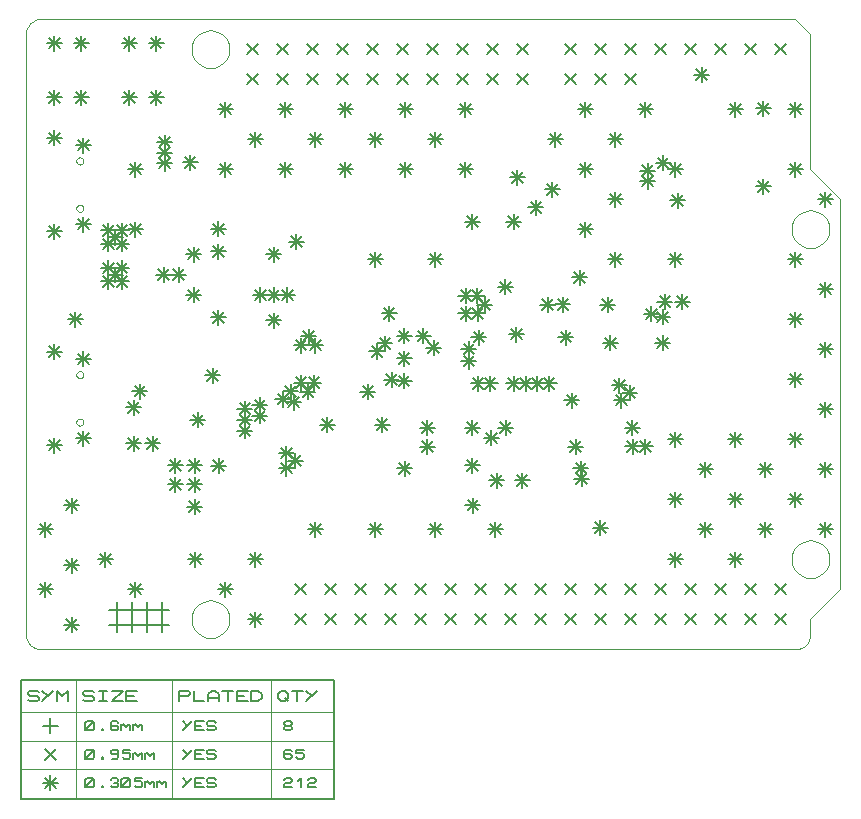
<source format=gbr>
G04 PROTEUS RS274X GERBER FILE*
%FSLAX45Y45*%
%MOMM*%
G01*
%ADD51C,0.127000*%
%ADD49C,0.025400*%
%ADD127C,0.063500*%
D51*
X+486300Y+2520700D02*
X+486300Y+2393700D01*
X+422800Y+2457200D02*
X+549800Y+2457200D01*
X+441399Y+2502101D02*
X+531201Y+2412299D01*
X+441399Y+2412299D02*
X+531201Y+2502101D01*
X+241300Y+2580700D02*
X+241300Y+2453700D01*
X+177800Y+2517200D02*
X+304800Y+2517200D01*
X+196399Y+2562101D02*
X+286201Y+2472299D01*
X+196399Y+2472299D02*
X+286201Y+2562101D01*
X+486300Y+1850700D02*
X+486300Y+1723700D01*
X+422800Y+1787200D02*
X+549800Y+1787200D01*
X+441399Y+1832101D02*
X+531201Y+1742299D01*
X+441399Y+1742299D02*
X+531201Y+1832101D01*
X+241300Y+1790700D02*
X+241300Y+1663700D01*
X+177800Y+1727200D02*
X+304800Y+1727200D01*
X+196399Y+1772101D02*
X+286201Y+1682299D01*
X+196399Y+1682299D02*
X+286201Y+1772101D01*
X+241300Y+4391400D02*
X+241300Y+4264400D01*
X+177800Y+4327900D02*
X+304800Y+4327900D01*
X+196399Y+4372801D02*
X+286201Y+4282999D01*
X+196399Y+4282999D02*
X+286201Y+4372801D01*
X+486300Y+4331400D02*
X+486300Y+4204400D01*
X+422800Y+4267900D02*
X+549800Y+4267900D01*
X+441399Y+4312801D02*
X+531201Y+4222999D01*
X+441399Y+4222999D02*
X+531201Y+4312801D01*
X+241300Y+3601400D02*
X+241300Y+3474400D01*
X+177800Y+3537900D02*
X+304800Y+3537900D01*
X+196399Y+3582801D02*
X+286201Y+3492999D01*
X+196399Y+3492999D02*
X+286201Y+3582801D01*
X+486300Y+3661400D02*
X+486300Y+3534400D01*
X+422800Y+3597900D02*
X+549800Y+3597900D01*
X+441399Y+3642801D02*
X+531201Y+3552999D01*
X+441399Y+3552999D02*
X+531201Y+3642801D01*
X+965200Y+2247900D02*
X+965200Y+2120900D01*
X+901700Y+2184400D02*
X+1028700Y+2184400D01*
X+920299Y+2229301D02*
X+1010101Y+2139499D01*
X+920299Y+2139499D02*
X+1010101Y+2229301D01*
X+466300Y+4734300D02*
X+466300Y+4607300D01*
X+402800Y+4670800D02*
X+529800Y+4670800D01*
X+421399Y+4715701D02*
X+511201Y+4625899D01*
X+421399Y+4625899D02*
X+511201Y+4715701D01*
X+466300Y+5194300D02*
X+466300Y+5067300D01*
X+402800Y+5130800D02*
X+529800Y+5130800D01*
X+421399Y+5175701D02*
X+511201Y+5085899D01*
X+421399Y+5085899D02*
X+511201Y+5175701D01*
X+1101300Y+4734300D02*
X+1101300Y+4607300D01*
X+1037800Y+4670800D02*
X+1164800Y+4670800D01*
X+1056399Y+4715701D02*
X+1146201Y+4625899D01*
X+1056399Y+4625899D02*
X+1146201Y+4715701D01*
X+1101300Y+5194300D02*
X+1101300Y+5067300D01*
X+1037800Y+5130800D02*
X+1164800Y+5130800D01*
X+1056399Y+5175701D02*
X+1146201Y+5085899D01*
X+1056399Y+5085899D02*
X+1146201Y+5175701D01*
X+4060350Y+1938650D02*
X+4060350Y+1811650D01*
X+3996850Y+1875150D02*
X+4123850Y+1875150D01*
X+4015449Y+1920051D02*
X+4105251Y+1830249D01*
X+4015449Y+1830249D02*
X+4105251Y+1920051D01*
X+3779400Y+3683150D02*
X+3779400Y+3556150D01*
X+3715900Y+3619650D02*
X+3842900Y+3619650D01*
X+3734499Y+3664551D02*
X+3824301Y+3574749D01*
X+3734499Y+3574749D02*
X+3824301Y+3664551D01*
X+4129400Y+3683150D02*
X+4129400Y+3556150D01*
X+4065900Y+3619650D02*
X+4192900Y+3619650D01*
X+4084499Y+3664551D02*
X+4174301Y+3574749D01*
X+4084499Y+3574749D02*
X+4174301Y+3664551D01*
X+912800Y+1805450D02*
X+912800Y+1678450D01*
X+849300Y+1741950D02*
X+976300Y+1741950D01*
X+867899Y+1786851D02*
X+957701Y+1697049D01*
X+867899Y+1697049D02*
X+957701Y+1786851D01*
X+912800Y+2110250D02*
X+912800Y+1983250D01*
X+849300Y+2046750D02*
X+976300Y+2046750D01*
X+867899Y+2091651D02*
X+957701Y+2001849D01*
X+867899Y+2001849D02*
X+957701Y+2091651D01*
X+1455700Y+2004150D02*
X+1455700Y+1877150D01*
X+1392200Y+1940650D02*
X+1519200Y+1940650D01*
X+1410799Y+1985551D02*
X+1500601Y+1895749D01*
X+1410799Y+1895749D02*
X+1500601Y+1985551D01*
X+1175300Y+4178760D02*
X+1175300Y+4051760D01*
X+1111800Y+4115260D02*
X+1238800Y+4115260D01*
X+1130399Y+4160161D02*
X+1220201Y+4070359D01*
X+1130399Y+4070359D02*
X+1220201Y+4160161D01*
X+1175300Y+4267660D02*
X+1175300Y+4140660D01*
X+1111800Y+4204160D02*
X+1238800Y+4204160D01*
X+1130399Y+4249061D02*
X+1220201Y+4159259D01*
X+1130399Y+4159259D02*
X+1220201Y+4249061D01*
X+1175300Y+4356560D02*
X+1175300Y+4229560D01*
X+1111800Y+4293060D02*
X+1238800Y+4293060D01*
X+1130399Y+4337961D02*
X+1220201Y+4248159D01*
X+1130399Y+4248159D02*
X+1220201Y+4337961D01*
X+3783650Y+1283350D02*
X+3783650Y+1156350D01*
X+3720150Y+1219850D02*
X+3847150Y+1219850D01*
X+3738749Y+1264751D02*
X+3828551Y+1174949D01*
X+3738749Y+1174949D02*
X+3828551Y+1264751D01*
X+3205800Y+1594500D02*
X+3205800Y+1467500D01*
X+3142300Y+1531000D02*
X+3269300Y+1531000D01*
X+3160899Y+1575901D02*
X+3250701Y+1486099D01*
X+3160899Y+1486099D02*
X+3250701Y+1575901D01*
X+3398400Y+1938650D02*
X+3398400Y+1811650D01*
X+3334900Y+1875150D02*
X+3461900Y+1875150D01*
X+3353499Y+1920051D02*
X+3443301Y+1830249D01*
X+3353499Y+1830249D02*
X+3443301Y+1920051D01*
X+3779400Y+1619900D02*
X+3779400Y+1492900D01*
X+3715900Y+1556400D02*
X+3842900Y+1556400D01*
X+3734499Y+1601301D02*
X+3824301Y+1511499D01*
X+3734499Y+1511499D02*
X+3824301Y+1601301D01*
X+3398400Y+1778650D02*
X+3398400Y+1651650D01*
X+3334900Y+1715150D02*
X+3461900Y+1715150D01*
X+3353499Y+1760051D02*
X+3443301Y+1670249D01*
X+3353499Y+1670249D02*
X+3443301Y+1760051D01*
X+1428750Y+1459250D02*
X+1428750Y+1332250D01*
X+1365250Y+1395750D02*
X+1492250Y+1395750D01*
X+1383849Y+1440651D02*
X+1473651Y+1350849D01*
X+1383849Y+1350849D02*
X+1473651Y+1440651D01*
X+1428750Y+1268750D02*
X+1428750Y+1141750D01*
X+1365250Y+1205250D02*
X+1492250Y+1205250D01*
X+1383849Y+1250151D02*
X+1473651Y+1160349D01*
X+1383849Y+1160349D02*
X+1473651Y+1250151D01*
X+1854200Y+1911350D02*
X+1854200Y+1784350D01*
X+1790700Y+1847850D02*
X+1917700Y+1847850D01*
X+1809299Y+1892751D02*
X+1899101Y+1802949D01*
X+1809299Y+1802949D02*
X+1899101Y+1892751D01*
X+3202150Y+2715400D02*
X+3202150Y+2588400D01*
X+3138650Y+2651900D02*
X+3265650Y+2651900D01*
X+3157249Y+2696801D02*
X+3247051Y+2606999D01*
X+3157249Y+2606999D02*
X+3247051Y+2696801D01*
X+3202150Y+2524900D02*
X+3202150Y+2397900D01*
X+3138650Y+2461400D02*
X+3265650Y+2461400D01*
X+3157249Y+2506301D02*
X+3247051Y+2416499D01*
X+3157249Y+2416499D02*
X+3247051Y+2506301D01*
X+3202150Y+2334400D02*
X+3202150Y+2207400D01*
X+3138650Y+2270900D02*
X+3265650Y+2270900D01*
X+3157249Y+2315801D02*
X+3247051Y+2225999D01*
X+3157249Y+2225999D02*
X+3247051Y+2315801D01*
X+1853900Y+2004150D02*
X+1853900Y+1877150D01*
X+1790400Y+1940650D02*
X+1917400Y+1940650D01*
X+1808999Y+1985551D02*
X+1898801Y+1895749D01*
X+1808999Y+1895749D02*
X+1898801Y+1985551D01*
X+1980900Y+2131150D02*
X+1980900Y+2004150D01*
X+1917400Y+2067650D02*
X+2044400Y+2067650D01*
X+1935999Y+2112551D02*
X+2025801Y+2022749D01*
X+1935999Y+2022749D02*
X+2025801Y+2112551D01*
X+1981200Y+2038350D02*
X+1981200Y+1911350D01*
X+1917700Y+1974850D02*
X+2044700Y+1974850D01*
X+1936299Y+2019751D02*
X+2026101Y+1929949D01*
X+1936299Y+1929949D02*
X+2026101Y+2019751D01*
X+3362150Y+2715400D02*
X+3362150Y+2588400D01*
X+3298650Y+2651900D02*
X+3425650Y+2651900D01*
X+3317249Y+2696801D02*
X+3407051Y+2606999D01*
X+3317249Y+2606999D02*
X+3407051Y+2696801D01*
X+1853900Y+2099400D02*
X+1853900Y+1972400D01*
X+1790400Y+2035900D02*
X+1917400Y+2035900D01*
X+1808999Y+2080801D02*
X+1898801Y+1990999D01*
X+1808999Y+1990999D02*
X+1898801Y+2080801D01*
X+3452206Y+2616584D02*
X+3452206Y+2489584D01*
X+3388706Y+2553084D02*
X+3515706Y+2553084D01*
X+3407305Y+2597985D02*
X+3497107Y+2508183D01*
X+3407305Y+2508183D02*
X+3497107Y+2597985D01*
X+1263650Y+1619250D02*
X+1263650Y+1492250D01*
X+1200150Y+1555750D02*
X+1327150Y+1555750D01*
X+1218749Y+1600651D02*
X+1308551Y+1510849D01*
X+1218749Y+1510849D02*
X+1308551Y+1600651D01*
X+1072800Y+1805450D02*
X+1072800Y+1678450D01*
X+1009300Y+1741950D02*
X+1136300Y+1741950D01*
X+1027899Y+1786851D02*
X+1117701Y+1697049D01*
X+1027899Y+1697049D02*
X+1117701Y+1786851D01*
X+1428750Y+1619250D02*
X+1428750Y+1492250D01*
X+1365250Y+1555750D02*
X+1492250Y+1555750D01*
X+1383849Y+1600651D02*
X+1473651Y+1510849D01*
X+1383849Y+1510849D02*
X+1473651Y+1600651D01*
X+1580800Y+2382050D02*
X+1580800Y+2255050D01*
X+1517300Y+2318550D02*
X+1644300Y+2318550D01*
X+1535899Y+2363451D02*
X+1625701Y+2273649D01*
X+1535899Y+2273649D02*
X+1625701Y+2363451D01*
X+812450Y+3608850D02*
X+812450Y+3481850D01*
X+748950Y+3545350D02*
X+875950Y+3545350D01*
X+767549Y+3590251D02*
X+857351Y+3500449D01*
X+767549Y+3500449D02*
X+857351Y+3590251D01*
X+698150Y+3494550D02*
X+698150Y+3367550D01*
X+634650Y+3431050D02*
X+761650Y+3431050D01*
X+653249Y+3475951D02*
X+743051Y+3386149D01*
X+653249Y+3386149D02*
X+743051Y+3475951D01*
X+812450Y+3494550D02*
X+812450Y+3367550D01*
X+748950Y+3431050D02*
X+875950Y+3431050D01*
X+767549Y+3475951D02*
X+857351Y+3386149D01*
X+767549Y+3386149D02*
X+857351Y+3475951D01*
X+755300Y+3551700D02*
X+755300Y+3424700D01*
X+691800Y+3488200D02*
X+818800Y+3488200D01*
X+710399Y+3533101D02*
X+800201Y+3443299D01*
X+710399Y+3443299D02*
X+800201Y+3533101D01*
X+698150Y+3608850D02*
X+698150Y+3481850D01*
X+634650Y+3545350D02*
X+761650Y+3545350D01*
X+653249Y+3590251D02*
X+743051Y+3500449D01*
X+653249Y+3500449D02*
X+743051Y+3590251D01*
X+755300Y+3234200D02*
X+755300Y+3107200D01*
X+691800Y+3170700D02*
X+818800Y+3170700D01*
X+710399Y+3215601D02*
X+800201Y+3125799D01*
X+710399Y+3125799D02*
X+800201Y+3215601D01*
X+812450Y+3177050D02*
X+812450Y+3050050D01*
X+748950Y+3113550D02*
X+875950Y+3113550D01*
X+767549Y+3158451D02*
X+857351Y+3068649D01*
X+767549Y+3068649D02*
X+857351Y+3158451D01*
X+698150Y+3291350D02*
X+698150Y+3164350D01*
X+634650Y+3227850D02*
X+761650Y+3227850D01*
X+653249Y+3272751D02*
X+743051Y+3182949D01*
X+653249Y+3182949D02*
X+743051Y+3272751D01*
X+812450Y+3291350D02*
X+812450Y+3164350D01*
X+748950Y+3227850D02*
X+875950Y+3227850D01*
X+767549Y+3272751D02*
X+857351Y+3182949D01*
X+767549Y+3182949D02*
X+857351Y+3272751D01*
X+698150Y+3177050D02*
X+698150Y+3050050D01*
X+634650Y+3113550D02*
X+761650Y+3113550D01*
X+653249Y+3158451D02*
X+743051Y+3068649D01*
X+653249Y+3068649D02*
X+743051Y+3158451D01*
X+4704240Y+1507796D02*
X+4704240Y+1380796D01*
X+4640740Y+1444296D02*
X+4767740Y+1444296D01*
X+4659339Y+1489197D02*
X+4749141Y+1399395D01*
X+4659339Y+1399395D02*
X+4749141Y+1489197D01*
X+4697890Y+1595300D02*
X+4697890Y+1468300D01*
X+4634390Y+1531800D02*
X+4761390Y+1531800D01*
X+4652989Y+1576701D02*
X+4742791Y+1486899D01*
X+4652989Y+1486899D02*
X+4742791Y+1576701D01*
X+3940740Y+1850900D02*
X+3940740Y+1723900D01*
X+3877240Y+1787400D02*
X+4004240Y+1787400D01*
X+3895839Y+1832301D02*
X+3985641Y+1742499D01*
X+3895839Y+1742499D02*
X+3985641Y+1832301D01*
X+5134540Y+1938650D02*
X+5134540Y+1811650D01*
X+5071040Y+1875150D02*
X+5198040Y+1875150D01*
X+5089639Y+1920051D02*
X+5179441Y+1830249D01*
X+5089639Y+1830249D02*
X+5179441Y+1920051D01*
X+3984150Y+1492900D02*
X+3984150Y+1365900D01*
X+3920650Y+1429400D02*
X+4047650Y+1429400D01*
X+3939249Y+1474301D02*
X+4029051Y+1384499D01*
X+3939249Y+1384499D02*
X+4029051Y+1474301D01*
X+3828600Y+2313300D02*
X+3828600Y+2186300D01*
X+3765100Y+2249800D02*
X+3892100Y+2249800D01*
X+3783699Y+2294701D02*
X+3873501Y+2204899D01*
X+3783699Y+2204899D02*
X+3873501Y+2294701D01*
X+3929400Y+2313300D02*
X+3929400Y+2186300D01*
X+3865900Y+2249800D02*
X+3992900Y+2249800D01*
X+3884499Y+2294701D02*
X+3974301Y+2204899D01*
X+3884499Y+2204899D02*
X+3974301Y+2294701D01*
X+4128600Y+2313300D02*
X+4128600Y+2186300D01*
X+4065100Y+2249800D02*
X+4192100Y+2249800D01*
X+4083699Y+2294701D02*
X+4173501Y+2204899D01*
X+4083699Y+2204899D02*
X+4173501Y+2294701D01*
X+4229400Y+2313300D02*
X+4229400Y+2186300D01*
X+4165900Y+2249800D02*
X+4292900Y+2249800D01*
X+4184499Y+2294701D02*
X+4274301Y+2204899D01*
X+4184499Y+2204899D02*
X+4274301Y+2294701D01*
X+4330200Y+2313300D02*
X+4330200Y+2186300D01*
X+4266700Y+2249800D02*
X+4393700Y+2249800D01*
X+4285299Y+2294701D02*
X+4375101Y+2204899D01*
X+4285299Y+2204899D02*
X+4375101Y+2294701D01*
X+4428600Y+2313300D02*
X+4428600Y+2186300D01*
X+4365100Y+2249800D02*
X+4492100Y+2249800D01*
X+4383699Y+2294701D02*
X+4473501Y+2204899D01*
X+4383699Y+2204899D02*
X+4473501Y+2294701D01*
X+4622800Y+2171700D02*
X+4622800Y+2044700D01*
X+4559300Y+2108200D02*
X+4686300Y+2108200D01*
X+4577899Y+2153101D02*
X+4667701Y+2063299D01*
X+4577899Y+2063299D02*
X+4667701Y+2153101D01*
X+2280800Y+1659550D02*
X+2280800Y+1532550D01*
X+2217300Y+1596050D02*
X+2344300Y+1596050D01*
X+2235899Y+1640951D02*
X+2325701Y+1551149D01*
X+2235899Y+1551149D02*
X+2325701Y+1640951D01*
X+3095700Y+2345200D02*
X+3095700Y+2218200D01*
X+3032200Y+2281700D02*
X+3159200Y+2281700D01*
X+3050799Y+2326601D02*
X+3140601Y+2236799D01*
X+3050799Y+2236799D02*
X+3140601Y+2326601D01*
X+2971800Y+2585250D02*
X+2971800Y+2458250D01*
X+2908300Y+2521750D02*
X+3035300Y+2521750D01*
X+2926899Y+2566651D02*
X+3016701Y+2476849D01*
X+2926899Y+2476849D02*
X+3016701Y+2566651D01*
X+3038475Y+2651925D02*
X+3038475Y+2524925D01*
X+2974975Y+2588425D02*
X+3101975Y+2588425D01*
X+2993574Y+2633326D02*
X+3083376Y+2543524D01*
X+2993574Y+2543524D02*
X+3083376Y+2633326D01*
X+5041900Y+2171700D02*
X+5041900Y+2044700D01*
X+4978400Y+2108200D02*
X+5105400Y+2108200D01*
X+4996999Y+2153101D02*
X+5086801Y+2063299D01*
X+4996999Y+2063299D02*
X+5086801Y+2153101D01*
X+5111750Y+2235200D02*
X+5111750Y+2108200D01*
X+5048250Y+2171700D02*
X+5175250Y+2171700D01*
X+5066849Y+2216601D02*
X+5156651Y+2126799D01*
X+5066849Y+2126799D02*
X+5156651Y+2216601D01*
X+5022850Y+2298700D02*
X+5022850Y+2171700D01*
X+4959350Y+2235200D02*
X+5086350Y+2235200D01*
X+4977949Y+2280101D02*
X+5067751Y+2190299D01*
X+4977949Y+2190299D02*
X+5067751Y+2280101D01*
X+6244000Y+4641600D02*
X+6244000Y+4514600D01*
X+6180500Y+4578100D02*
X+6307500Y+4578100D01*
X+6199099Y+4623001D02*
X+6288901Y+4533199D01*
X+6199099Y+4533199D02*
X+6288901Y+4623001D01*
X+6244000Y+3981200D02*
X+6244000Y+3854200D01*
X+6180500Y+3917700D02*
X+6307500Y+3917700D01*
X+6199099Y+3962601D02*
X+6288901Y+3872799D01*
X+6199099Y+3872799D02*
X+6288901Y+3962601D01*
X+3724100Y+3055900D02*
X+3724100Y+2928900D01*
X+3660600Y+2992400D02*
X+3787600Y+2992400D01*
X+3679199Y+3037301D02*
X+3769001Y+2947499D01*
X+3679199Y+2947499D02*
X+3769001Y+3037301D01*
X+4572000Y+2705900D02*
X+4572000Y+2578900D01*
X+4508500Y+2642400D02*
X+4635500Y+2642400D01*
X+4527099Y+2687301D02*
X+4616901Y+2597499D01*
X+4527099Y+2597499D02*
X+4616901Y+2687301D01*
X+4546600Y+2982100D02*
X+4546600Y+2855100D01*
X+4483100Y+2918600D02*
X+4610100Y+2918600D01*
X+4501699Y+2963501D02*
X+4591501Y+2873699D01*
X+4501699Y+2873699D02*
X+4591501Y+2963501D01*
X+5135511Y+1780769D02*
X+5135511Y+1653769D01*
X+5072011Y+1717269D02*
X+5199011Y+1717269D01*
X+5090610Y+1762170D02*
X+5180412Y+1672368D01*
X+5090610Y+1672368D02*
X+5180412Y+1762170D01*
X+3779400Y+1938650D02*
X+3779400Y+1811650D01*
X+3715900Y+1875150D02*
X+3842900Y+1875150D01*
X+3734499Y+1920051D02*
X+3824301Y+1830249D01*
X+3734499Y+1830249D02*
X+3824301Y+1920051D01*
X+3835400Y+2705900D02*
X+3835400Y+2578900D01*
X+3771900Y+2642400D02*
X+3898900Y+2642400D01*
X+3790499Y+2687301D02*
X+3880301Y+2597499D01*
X+3790499Y+2597499D02*
X+3880301Y+2687301D01*
X+387350Y+1282700D02*
X+387350Y+1155700D01*
X+323850Y+1219200D02*
X+450850Y+1219200D01*
X+342449Y+1264101D02*
X+432251Y+1174299D01*
X+342449Y+1174299D02*
X+432251Y+1264101D01*
X+3749500Y+2605900D02*
X+3749500Y+2478900D01*
X+3686000Y+2542400D02*
X+3813000Y+2542400D01*
X+3704599Y+2587301D02*
X+3794401Y+2497499D01*
X+3704599Y+2497499D02*
X+3794401Y+2587301D01*
X+3749500Y+2501900D02*
X+3749500Y+2374900D01*
X+3686000Y+2438400D02*
X+3813000Y+2438400D01*
X+3704599Y+2483301D02*
X+3794401Y+2393499D01*
X+3704599Y+2393499D02*
X+3794401Y+2483301D01*
X+387350Y+774700D02*
X+387350Y+647700D01*
X+323850Y+711200D02*
X+450850Y+711200D01*
X+342449Y+756101D02*
X+432251Y+666299D01*
X+342449Y+666299D02*
X+432251Y+756101D01*
X+387350Y+271700D02*
X+387350Y+144700D01*
X+323850Y+208200D02*
X+450850Y+208200D01*
X+342449Y+253101D02*
X+432251Y+163299D01*
X+342449Y+163299D02*
X+432251Y+253101D01*
X+5556250Y+3005900D02*
X+5556250Y+2878900D01*
X+5492750Y+2942400D02*
X+5619750Y+2942400D01*
X+5511349Y+2987301D02*
X+5601151Y+2897499D01*
X+5511349Y+2897499D02*
X+5601151Y+2987301D01*
X+5243461Y+1780769D02*
X+5243461Y+1653769D01*
X+5179961Y+1717269D02*
X+5306961Y+1717269D01*
X+5198560Y+1762170D02*
X+5288362Y+1672368D01*
X+5198560Y+1672368D02*
X+5288362Y+1762170D01*
X+1628850Y+3431550D02*
X+1628850Y+3304550D01*
X+1565350Y+3368050D02*
X+1692350Y+3368050D01*
X+1583949Y+3412951D02*
X+1673751Y+3323149D01*
X+1583949Y+3323149D02*
X+1673751Y+3412951D01*
X+1628850Y+3621550D02*
X+1628850Y+3494550D01*
X+1565350Y+3558050D02*
X+1692350Y+3558050D01*
X+1583949Y+3602951D02*
X+1673751Y+3513149D01*
X+1583949Y+3513149D02*
X+1673751Y+3602951D01*
X+3724100Y+2905900D02*
X+3724100Y+2778900D01*
X+3660600Y+2842400D02*
X+3787600Y+2842400D01*
X+3679199Y+2887301D02*
X+3769001Y+2797499D01*
X+3679199Y+2797499D02*
X+3769001Y+2887301D01*
X+3824450Y+2905900D02*
X+3824450Y+2778900D01*
X+3760950Y+2842400D02*
X+3887950Y+2842400D01*
X+3779549Y+2887301D02*
X+3869351Y+2797499D01*
X+3779549Y+2797499D02*
X+3869351Y+2887301D01*
X+3882850Y+2980500D02*
X+3882850Y+2853500D01*
X+3819350Y+2917000D02*
X+3946350Y+2917000D01*
X+3837949Y+2961901D02*
X+3927751Y+2872099D01*
X+3837949Y+2872099D02*
X+3927751Y+2961901D01*
X+1628850Y+2872750D02*
X+1628850Y+2745750D01*
X+1565350Y+2809250D02*
X+1692350Y+2809250D01*
X+1583949Y+2854151D02*
X+1673751Y+2764349D01*
X+1583949Y+2764349D02*
X+1673751Y+2854151D01*
X+2289250Y+3514100D02*
X+2289250Y+3387100D01*
X+2225750Y+3450600D02*
X+2352750Y+3450600D01*
X+2244349Y+3495501D02*
X+2334151Y+3405699D01*
X+2244349Y+3405699D02*
X+2334151Y+3495501D01*
X+3819350Y+3055100D02*
X+3819350Y+2928100D01*
X+3755850Y+2991600D02*
X+3882850Y+2991600D01*
X+3774449Y+3036501D02*
X+3864251Y+2946699D01*
X+3774449Y+2946699D02*
X+3864251Y+3036501D01*
X+4946650Y+2655900D02*
X+4946650Y+2528900D01*
X+4883150Y+2592400D02*
X+5010150Y+2592400D01*
X+4901749Y+2637301D02*
X+4991551Y+2547499D01*
X+4901749Y+2547499D02*
X+4991551Y+2637301D01*
X+2098400Y+3062750D02*
X+2098400Y+2935750D01*
X+2034900Y+2999250D02*
X+2161900Y+2999250D01*
X+2053499Y+3044151D02*
X+2143301Y+2954349D01*
X+2053499Y+2954349D02*
X+2143301Y+3044151D01*
X+1984100Y+3062750D02*
X+1984100Y+2935750D01*
X+1920600Y+2999250D02*
X+2047600Y+2999250D01*
X+1939199Y+3044151D02*
X+2029001Y+2954349D01*
X+1939199Y+2954349D02*
X+2029001Y+3044151D01*
X+2212700Y+3062750D02*
X+2212700Y+2935750D01*
X+2149200Y+2999250D02*
X+2276200Y+2999250D01*
X+2167799Y+3044151D02*
X+2257601Y+2954349D01*
X+2167799Y+2954349D02*
X+2257601Y+3044151D01*
X+2174950Y+2180100D02*
X+2174950Y+2053100D01*
X+2111450Y+2116600D02*
X+2238450Y+2116600D01*
X+2130049Y+2161501D02*
X+2219851Y+2071699D01*
X+2130049Y+2071699D02*
X+2219851Y+2161501D01*
X+2241625Y+2246775D02*
X+2241625Y+2119775D01*
X+2178125Y+2183275D02*
X+2305125Y+2183275D01*
X+2196724Y+2228176D02*
X+2286526Y+2138374D01*
X+2196724Y+2138374D02*
X+2286526Y+2228176D01*
X+2267025Y+2154700D02*
X+2267025Y+2027700D01*
X+2203525Y+2091200D02*
X+2330525Y+2091200D01*
X+2222124Y+2136101D02*
X+2311926Y+2046299D01*
X+2222124Y+2046299D02*
X+2311926Y+2136101D01*
X+2204600Y+1723050D02*
X+2204600Y+1596050D01*
X+2141100Y+1659550D02*
X+2268100Y+1659550D01*
X+2159699Y+1704451D02*
X+2249501Y+1614649D01*
X+2159699Y+1614649D02*
X+2249501Y+1704451D01*
X+2204600Y+1596050D02*
X+2204600Y+1469050D01*
X+2141100Y+1532550D02*
X+2268100Y+1532550D01*
X+2159699Y+1577451D02*
X+2249501Y+1487649D01*
X+2159699Y+1487649D02*
X+2249501Y+1577451D01*
X+1292300Y+3234200D02*
X+1292300Y+3107200D01*
X+1228800Y+3170700D02*
X+1355800Y+3170700D01*
X+1247399Y+3215601D02*
X+1337201Y+3125799D01*
X+1247399Y+3125799D02*
X+1337201Y+3215601D01*
X+2329164Y+2319777D02*
X+2329164Y+2192777D01*
X+2265664Y+2256277D02*
X+2392664Y+2256277D01*
X+2284263Y+2301178D02*
X+2374065Y+2211376D01*
X+2284263Y+2211376D02*
X+2374065Y+2301178D01*
X+2329164Y+2637277D02*
X+2329164Y+2510277D01*
X+2265664Y+2573777D02*
X+2392664Y+2573777D01*
X+2284263Y+2618678D02*
X+2374065Y+2528876D01*
X+2284263Y+2528876D02*
X+2374065Y+2618678D01*
X+2437114Y+2319777D02*
X+2437114Y+2192777D01*
X+2373614Y+2256277D02*
X+2500614Y+2256277D01*
X+2392213Y+2301178D02*
X+2482015Y+2211376D01*
X+2392213Y+2211376D02*
X+2482015Y+2301178D01*
X+2386314Y+2243577D02*
X+2386314Y+2116577D01*
X+2322814Y+2180077D02*
X+2449814Y+2180077D01*
X+2341413Y+2224978D02*
X+2431215Y+2135176D01*
X+2341413Y+2135176D02*
X+2431215Y+2224978D01*
X+3014900Y+1962800D02*
X+3014900Y+1835800D01*
X+2951400Y+1899300D02*
X+3078400Y+1899300D01*
X+2969999Y+1944201D02*
X+3059801Y+1854399D01*
X+2969999Y+1854399D02*
X+3059801Y+1944201D01*
X+2552600Y+1962800D02*
X+2552600Y+1835800D01*
X+2489100Y+1899300D02*
X+2616100Y+1899300D01*
X+2507699Y+1944201D02*
X+2597501Y+1854399D01*
X+2507699Y+1854399D02*
X+2597501Y+1944201D01*
X+4159250Y+4057650D02*
X+4159250Y+3930650D01*
X+4095750Y+3994150D02*
X+4222750Y+3994150D01*
X+4114349Y+4039051D02*
X+4204151Y+3949249D01*
X+4114349Y+3949249D02*
X+4204151Y+4039051D01*
X+1390300Y+4185450D02*
X+1390300Y+4058450D01*
X+1326800Y+4121950D02*
X+1453800Y+4121950D01*
X+1345399Y+4166851D02*
X+1435201Y+4077049D01*
X+1345399Y+4077049D02*
X+1435201Y+4166851D01*
X+4318000Y+3803650D02*
X+4318000Y+3676650D01*
X+4254500Y+3740150D02*
X+4381500Y+3740150D01*
X+4273099Y+3785051D02*
X+4362901Y+3695249D01*
X+4273099Y+3695249D02*
X+4362901Y+3785051D01*
X+4057650Y+3130550D02*
X+4057650Y+3003550D01*
X+3994150Y+3067050D02*
X+4121150Y+3067050D01*
X+4012749Y+3111951D02*
X+4102551Y+3022149D01*
X+4012749Y+3022149D02*
X+4102551Y+3111951D01*
X+5410200Y+3005900D02*
X+5410200Y+2878900D01*
X+5346700Y+2942400D02*
X+5473700Y+2942400D01*
X+5365299Y+2987301D02*
X+5455101Y+2897499D01*
X+5365299Y+2897499D02*
X+5455101Y+2987301D01*
X+5295900Y+2901950D02*
X+5295900Y+2774950D01*
X+5232400Y+2838450D02*
X+5359400Y+2838450D01*
X+5250999Y+2883351D02*
X+5340801Y+2793549D01*
X+5250999Y+2793549D02*
X+5340801Y+2883351D01*
X+5391150Y+2876550D02*
X+5391150Y+2749550D01*
X+5327650Y+2813050D02*
X+5454650Y+2813050D01*
X+5346249Y+2857951D02*
X+5436051Y+2768149D01*
X+5346249Y+2768149D02*
X+5436051Y+2857951D01*
X+4687888Y+3211512D02*
X+4687888Y+3084512D01*
X+4624388Y+3148012D02*
X+4751388Y+3148012D01*
X+4642987Y+3192913D02*
X+4732789Y+3103111D01*
X+4642987Y+3103111D02*
X+4732789Y+3192913D01*
X+5264150Y+4025900D02*
X+5264150Y+3898900D01*
X+5200650Y+3962400D02*
X+5327650Y+3962400D01*
X+5219249Y+4007301D02*
X+5309051Y+3917499D01*
X+5219249Y+3917499D02*
X+5309051Y+4007301D01*
X+5264150Y+4114800D02*
X+5264150Y+3987800D01*
X+5200650Y+4051300D02*
X+5327650Y+4051300D01*
X+5219249Y+4096201D02*
X+5309051Y+4006399D01*
X+5219249Y+4006399D02*
X+5309051Y+4096201D01*
X+4416909Y+2980841D02*
X+4416909Y+2853841D01*
X+4353409Y+2917341D02*
X+4480409Y+2917341D01*
X+4372008Y+2962242D02*
X+4461810Y+2872440D01*
X+4372008Y+2872440D02*
X+4461810Y+2962242D01*
X+4457700Y+3956050D02*
X+4457700Y+3829050D01*
X+4394200Y+3892550D02*
X+4521200Y+3892550D01*
X+4412799Y+3937451D02*
X+4502601Y+3847649D01*
X+4412799Y+3847649D02*
X+4502601Y+3937451D01*
X+3075150Y+2905900D02*
X+3075150Y+2778900D01*
X+3011650Y+2842400D02*
X+3138650Y+2842400D01*
X+3030249Y+2887301D02*
X+3120051Y+2797499D01*
X+3030249Y+2797499D02*
X+3120051Y+2887301D01*
X+2098400Y+2849390D02*
X+2098400Y+2722390D01*
X+2034900Y+2785890D02*
X+2161900Y+2785890D01*
X+2053499Y+2830791D02*
X+2143301Y+2740989D01*
X+2053499Y+2740989D02*
X+2143301Y+2830791D01*
X+5391150Y+2655900D02*
X+5391150Y+2528900D01*
X+5327650Y+2592400D02*
X+5454650Y+2592400D01*
X+5346249Y+2637301D02*
X+5436051Y+2547499D01*
X+5346249Y+2547499D02*
X+5436051Y+2637301D01*
X+2392664Y+2713477D02*
X+2392664Y+2586477D01*
X+2329164Y+2649977D02*
X+2456164Y+2649977D01*
X+2347763Y+2694878D02*
X+2437565Y+2605076D01*
X+2347763Y+2605076D02*
X+2437565Y+2694878D01*
X+2449814Y+2637277D02*
X+2449814Y+2510277D01*
X+2386314Y+2573777D02*
X+2513314Y+2573777D01*
X+2404913Y+2618678D02*
X+2494715Y+2528876D01*
X+2404913Y+2528876D02*
X+2494715Y+2618678D01*
X+1165300Y+3234200D02*
X+1165300Y+3107200D01*
X+1101800Y+3170700D02*
X+1228800Y+3170700D01*
X+1120399Y+3215601D02*
X+1210201Y+3125799D01*
X+1120399Y+3125799D02*
X+1210201Y+3215601D01*
X+1419300Y+3062750D02*
X+1419300Y+2935750D01*
X+1355800Y+2999250D02*
X+1482800Y+2999250D01*
X+1374399Y+3044151D02*
X+1464201Y+2954349D01*
X+1374399Y+2954349D02*
X+1464201Y+3044151D01*
X+2894314Y+2243577D02*
X+2894314Y+2116577D01*
X+2830814Y+2180077D02*
X+2957814Y+2180077D01*
X+2849413Y+2224978D02*
X+2939215Y+2135176D01*
X+2849413Y+2135176D02*
X+2939215Y+2224978D01*
X+1263650Y+1459250D02*
X+1263650Y+1332250D01*
X+1200150Y+1395750D02*
X+1327150Y+1395750D01*
X+1218749Y+1440651D02*
X+1308551Y+1350849D01*
X+1218749Y+1350849D02*
X+1308551Y+1440651D01*
X+1631950Y+1618000D02*
X+1631950Y+1491000D01*
X+1568450Y+1554500D02*
X+1695450Y+1554500D01*
X+1587049Y+1599401D02*
X+1676851Y+1509599D01*
X+1587049Y+1509599D02*
X+1676851Y+1599401D01*
X+4924909Y+2980841D02*
X+4924909Y+2853841D01*
X+4861409Y+2917341D02*
X+4988409Y+2917341D01*
X+4880008Y+2962242D02*
X+4969810Y+2872440D01*
X+4880008Y+2872440D02*
X+4969810Y+2962242D01*
X+5518000Y+3864100D02*
X+5518000Y+3737100D01*
X+5454500Y+3800600D02*
X+5581500Y+3800600D01*
X+5473099Y+3845501D02*
X+5562901Y+3755699D01*
X+5473099Y+3755699D02*
X+5562901Y+3845501D01*
X+5393500Y+4180600D02*
X+5393500Y+4053600D01*
X+5330000Y+4117100D02*
X+5457000Y+4117100D01*
X+5348599Y+4162001D02*
X+5438401Y+4072199D01*
X+5348599Y+4072199D02*
X+5438401Y+4162001D01*
X+5721500Y+4927600D02*
X+5721500Y+4800600D01*
X+5658000Y+4864100D02*
X+5785000Y+4864100D01*
X+5676599Y+4909001D02*
X+5766401Y+4819199D01*
X+5676599Y+4819199D02*
X+5766401Y+4909001D01*
X+1943100Y+317500D02*
X+1943100Y+190500D01*
X+1879600Y+254000D02*
X+2006600Y+254000D01*
X+1898199Y+298901D02*
X+1988001Y+209099D01*
X+1898199Y+209099D02*
X+1988001Y+298901D01*
X+1689100Y+571500D02*
X+1689100Y+444500D01*
X+1625600Y+508000D02*
X+1752600Y+508000D01*
X+1644199Y+552901D02*
X+1734001Y+463099D01*
X+1644199Y+463099D02*
X+1734001Y+552901D01*
X+1943100Y+825500D02*
X+1943100Y+698500D01*
X+1879600Y+762000D02*
X+2006600Y+762000D01*
X+1898199Y+806901D02*
X+1988001Y+717099D01*
X+1898199Y+717099D02*
X+1988001Y+806901D01*
X+1435100Y+825500D02*
X+1435100Y+698500D01*
X+1371600Y+762000D02*
X+1498600Y+762000D01*
X+1390199Y+806901D02*
X+1480001Y+717099D01*
X+1390199Y+717099D02*
X+1480001Y+806901D01*
X+927100Y+571500D02*
X+927100Y+444500D01*
X+863600Y+508000D02*
X+990600Y+508000D01*
X+882199Y+552901D02*
X+972001Y+463099D01*
X+882199Y+463099D02*
X+972001Y+552901D01*
X+165100Y+571500D02*
X+165100Y+444500D01*
X+101600Y+508000D02*
X+228600Y+508000D01*
X+120199Y+552901D02*
X+210001Y+463099D01*
X+120199Y+463099D02*
X+210001Y+552901D01*
X+165100Y+1079500D02*
X+165100Y+952500D01*
X+101600Y+1016000D02*
X+228600Y+1016000D01*
X+120199Y+1060901D02*
X+210001Y+971099D01*
X+120199Y+971099D02*
X+210001Y+1060901D01*
X+673100Y+825500D02*
X+673100Y+698500D01*
X+609600Y+762000D02*
X+736600Y+762000D01*
X+628199Y+806901D02*
X+718001Y+717099D01*
X+628199Y+717099D02*
X+718001Y+806901D01*
X+2451100Y+1079500D02*
X+2451100Y+952500D01*
X+2387600Y+1016000D02*
X+2514600Y+1016000D01*
X+2406199Y+1060901D02*
X+2496001Y+971099D01*
X+2406199Y+971099D02*
X+2496001Y+1060901D01*
X+2959100Y+1079500D02*
X+2959100Y+952500D01*
X+2895600Y+1016000D02*
X+3022600Y+1016000D01*
X+2914199Y+1060901D02*
X+3004001Y+971099D01*
X+2914199Y+971099D02*
X+3004001Y+1060901D01*
X+3467100Y+1079500D02*
X+3467100Y+952500D01*
X+3403600Y+1016000D02*
X+3530600Y+1016000D01*
X+3422199Y+1060901D02*
X+3512001Y+971099D01*
X+3422199Y+971099D02*
X+3512001Y+1060901D01*
X+3975100Y+1079500D02*
X+3975100Y+952500D01*
X+3911600Y+1016000D02*
X+4038600Y+1016000D01*
X+3930199Y+1060901D02*
X+4020001Y+971099D01*
X+3930199Y+971099D02*
X+4020001Y+1060901D01*
X+5499100Y+825500D02*
X+5499100Y+698500D01*
X+5435600Y+762000D02*
X+5562600Y+762000D01*
X+5454199Y+806901D02*
X+5544001Y+717099D01*
X+5454199Y+717099D02*
X+5544001Y+806901D01*
X+6007100Y+825500D02*
X+6007100Y+698500D01*
X+5943600Y+762000D02*
X+6070600Y+762000D01*
X+5962199Y+806901D02*
X+6052001Y+717099D01*
X+5962199Y+717099D02*
X+6052001Y+806901D01*
X+6769100Y+1079500D02*
X+6769100Y+952500D01*
X+6705600Y+1016000D02*
X+6832600Y+1016000D01*
X+6724199Y+1060901D02*
X+6814001Y+971099D01*
X+6724199Y+971099D02*
X+6814001Y+1060901D01*
X+6261100Y+1079500D02*
X+6261100Y+952500D01*
X+6197600Y+1016000D02*
X+6324600Y+1016000D01*
X+6216199Y+1060901D02*
X+6306001Y+971099D01*
X+6216199Y+971099D02*
X+6306001Y+1060901D01*
X+5753100Y+1079500D02*
X+5753100Y+952500D01*
X+5689600Y+1016000D02*
X+5816600Y+1016000D01*
X+5708199Y+1060901D02*
X+5798001Y+971099D01*
X+5708199Y+971099D02*
X+5798001Y+1060901D01*
X+5499100Y+1333500D02*
X+5499100Y+1206500D01*
X+5435600Y+1270000D02*
X+5562600Y+1270000D01*
X+5454199Y+1314901D02*
X+5544001Y+1225099D01*
X+5454199Y+1225099D02*
X+5544001Y+1314901D01*
X+6007100Y+1333500D02*
X+6007100Y+1206500D01*
X+5943600Y+1270000D02*
X+6070600Y+1270000D01*
X+5962199Y+1314901D02*
X+6052001Y+1225099D01*
X+5962199Y+1225099D02*
X+6052001Y+1314901D01*
X+6515100Y+1333500D02*
X+6515100Y+1206500D01*
X+6451600Y+1270000D02*
X+6578600Y+1270000D01*
X+6470199Y+1314901D02*
X+6560001Y+1225099D01*
X+6470199Y+1225099D02*
X+6560001Y+1314901D01*
X+6769100Y+1587500D02*
X+6769100Y+1460500D01*
X+6705600Y+1524000D02*
X+6832600Y+1524000D01*
X+6724199Y+1568901D02*
X+6814001Y+1479099D01*
X+6724199Y+1479099D02*
X+6814001Y+1568901D01*
X+6261100Y+1587500D02*
X+6261100Y+1460500D01*
X+6197600Y+1524000D02*
X+6324600Y+1524000D01*
X+6216199Y+1568901D02*
X+6306001Y+1479099D01*
X+6216199Y+1479099D02*
X+6306001Y+1568901D01*
X+5753100Y+1587500D02*
X+5753100Y+1460500D01*
X+5689600Y+1524000D02*
X+5816600Y+1524000D01*
X+5708199Y+1568901D02*
X+5798001Y+1479099D01*
X+5708199Y+1479099D02*
X+5798001Y+1568901D01*
X+5499100Y+1841500D02*
X+5499100Y+1714500D01*
X+5435600Y+1778000D02*
X+5562600Y+1778000D01*
X+5454199Y+1822901D02*
X+5544001Y+1733099D01*
X+5454199Y+1733099D02*
X+5544001Y+1822901D01*
X+6007100Y+1841500D02*
X+6007100Y+1714500D01*
X+5943600Y+1778000D02*
X+6070600Y+1778000D01*
X+5962199Y+1822901D02*
X+6052001Y+1733099D01*
X+5962199Y+1733099D02*
X+6052001Y+1822901D01*
X+6515100Y+1841500D02*
X+6515100Y+1714500D01*
X+6451600Y+1778000D02*
X+6578600Y+1778000D01*
X+6470199Y+1822901D02*
X+6560001Y+1733099D01*
X+6470199Y+1733099D02*
X+6560001Y+1822901D01*
X+6769100Y+2095500D02*
X+6769100Y+1968500D01*
X+6705600Y+2032000D02*
X+6832600Y+2032000D01*
X+6724199Y+2076901D02*
X+6814001Y+1987099D01*
X+6724199Y+1987099D02*
X+6814001Y+2076901D01*
X+6515100Y+2349500D02*
X+6515100Y+2222500D01*
X+6451600Y+2286000D02*
X+6578600Y+2286000D01*
X+6470199Y+2330901D02*
X+6560001Y+2241099D01*
X+6470199Y+2241099D02*
X+6560001Y+2330901D01*
X+6769100Y+2603500D02*
X+6769100Y+2476500D01*
X+6705600Y+2540000D02*
X+6832600Y+2540000D01*
X+6724199Y+2584901D02*
X+6814001Y+2495099D01*
X+6724199Y+2495099D02*
X+6814001Y+2584901D01*
X+6515100Y+2857500D02*
X+6515100Y+2730500D01*
X+6451600Y+2794000D02*
X+6578600Y+2794000D01*
X+6470199Y+2838901D02*
X+6560001Y+2749099D01*
X+6470199Y+2749099D02*
X+6560001Y+2838901D01*
X+6769100Y+3111500D02*
X+6769100Y+2984500D01*
X+6705600Y+3048000D02*
X+6832600Y+3048000D01*
X+6724199Y+3092901D02*
X+6814001Y+3003099D01*
X+6724199Y+3003099D02*
X+6814001Y+3092901D01*
X+6515100Y+3365500D02*
X+6515100Y+3238500D01*
X+6451600Y+3302000D02*
X+6578600Y+3302000D01*
X+6470199Y+3346901D02*
X+6560001Y+3257099D01*
X+6470199Y+3257099D02*
X+6560001Y+3346901D01*
X+6769100Y+3873500D02*
X+6769100Y+3746500D01*
X+6705600Y+3810000D02*
X+6832600Y+3810000D01*
X+6724199Y+3854901D02*
X+6814001Y+3765099D01*
X+6724199Y+3765099D02*
X+6814001Y+3854901D01*
X+6515100Y+4127500D02*
X+6515100Y+4000500D01*
X+6451600Y+4064000D02*
X+6578600Y+4064000D01*
X+6470199Y+4108901D02*
X+6560001Y+4019099D01*
X+6470199Y+4019099D02*
X+6560001Y+4108901D01*
X+6515100Y+4635500D02*
X+6515100Y+4508500D01*
X+6451600Y+4572000D02*
X+6578600Y+4572000D01*
X+6470199Y+4616901D02*
X+6560001Y+4527099D01*
X+6470199Y+4527099D02*
X+6560001Y+4616901D01*
X+6007100Y+4635500D02*
X+6007100Y+4508500D01*
X+5943600Y+4572000D02*
X+6070600Y+4572000D01*
X+5962199Y+4616901D02*
X+6052001Y+4527099D01*
X+5962199Y+4527099D02*
X+6052001Y+4616901D01*
X+5499100Y+4127500D02*
X+5499100Y+4000500D01*
X+5435600Y+4064000D02*
X+5562600Y+4064000D01*
X+5454199Y+4108901D02*
X+5544001Y+4019099D01*
X+5454199Y+4019099D02*
X+5544001Y+4108901D01*
X+5499100Y+3365500D02*
X+5499100Y+3238500D01*
X+5435600Y+3302000D02*
X+5562600Y+3302000D01*
X+5454199Y+3346901D02*
X+5544001Y+3257099D01*
X+5454199Y+3257099D02*
X+5544001Y+3346901D01*
X+4991100Y+3365500D02*
X+4991100Y+3238500D01*
X+4927600Y+3302000D02*
X+5054600Y+3302000D01*
X+4946199Y+3346901D02*
X+5036001Y+3257099D01*
X+4946199Y+3257099D02*
X+5036001Y+3346901D01*
X+4991100Y+3873500D02*
X+4991100Y+3746500D01*
X+4927600Y+3810000D02*
X+5054600Y+3810000D01*
X+4946199Y+3854901D02*
X+5036001Y+3765099D01*
X+4946199Y+3765099D02*
X+5036001Y+3854901D01*
X+4991100Y+4381500D02*
X+4991100Y+4254500D01*
X+4927600Y+4318000D02*
X+5054600Y+4318000D01*
X+4946199Y+4362901D02*
X+5036001Y+4273099D01*
X+4946199Y+4273099D02*
X+5036001Y+4362901D01*
X+5245100Y+4635500D02*
X+5245100Y+4508500D01*
X+5181600Y+4572000D02*
X+5308600Y+4572000D01*
X+5200199Y+4616901D02*
X+5290001Y+4527099D01*
X+5200199Y+4527099D02*
X+5290001Y+4616901D01*
X+4737100Y+4635500D02*
X+4737100Y+4508500D01*
X+4673600Y+4572000D02*
X+4800600Y+4572000D01*
X+4692199Y+4616901D02*
X+4782001Y+4527099D01*
X+4692199Y+4527099D02*
X+4782001Y+4616901D01*
X+4483100Y+4381500D02*
X+4483100Y+4254500D01*
X+4419600Y+4318000D02*
X+4546600Y+4318000D01*
X+4438199Y+4362901D02*
X+4528001Y+4273099D01*
X+4438199Y+4273099D02*
X+4528001Y+4362901D01*
X+4737100Y+4127500D02*
X+4737100Y+4000500D01*
X+4673600Y+4064000D02*
X+4800600Y+4064000D01*
X+4692199Y+4108901D02*
X+4782001Y+4019099D01*
X+4692199Y+4019099D02*
X+4782001Y+4108901D01*
X+4737100Y+3619500D02*
X+4737100Y+3492500D01*
X+4673600Y+3556000D02*
X+4800600Y+3556000D01*
X+4692199Y+3600901D02*
X+4782001Y+3511099D01*
X+4692199Y+3511099D02*
X+4782001Y+3600901D01*
X+3721100Y+4127500D02*
X+3721100Y+4000500D01*
X+3657600Y+4064000D02*
X+3784600Y+4064000D01*
X+3676199Y+4108901D02*
X+3766001Y+4019099D01*
X+3676199Y+4019099D02*
X+3766001Y+4108901D01*
X+3721100Y+4635500D02*
X+3721100Y+4508500D01*
X+3657600Y+4572000D02*
X+3784600Y+4572000D01*
X+3676199Y+4616901D02*
X+3766001Y+4527099D01*
X+3676199Y+4527099D02*
X+3766001Y+4616901D01*
X+3467100Y+4381500D02*
X+3467100Y+4254500D01*
X+3403600Y+4318000D02*
X+3530600Y+4318000D01*
X+3422199Y+4362901D02*
X+3512001Y+4273099D01*
X+3422199Y+4273099D02*
X+3512001Y+4362901D01*
X+3213100Y+4127500D02*
X+3213100Y+4000500D01*
X+3149600Y+4064000D02*
X+3276600Y+4064000D01*
X+3168199Y+4108901D02*
X+3258001Y+4019099D01*
X+3168199Y+4019099D02*
X+3258001Y+4108901D01*
X+2959100Y+4381500D02*
X+2959100Y+4254500D01*
X+2895600Y+4318000D02*
X+3022600Y+4318000D01*
X+2914199Y+4362901D02*
X+3004001Y+4273099D01*
X+2914199Y+4273099D02*
X+3004001Y+4362901D01*
X+2705100Y+4127500D02*
X+2705100Y+4000500D01*
X+2641600Y+4064000D02*
X+2768600Y+4064000D01*
X+2660199Y+4108901D02*
X+2750001Y+4019099D01*
X+2660199Y+4019099D02*
X+2750001Y+4108901D01*
X+3213100Y+4635500D02*
X+3213100Y+4508500D01*
X+3149600Y+4572000D02*
X+3276600Y+4572000D01*
X+3168199Y+4616901D02*
X+3258001Y+4527099D01*
X+3168199Y+4527099D02*
X+3258001Y+4616901D01*
X+2705100Y+4635500D02*
X+2705100Y+4508500D01*
X+2641600Y+4572000D02*
X+2768600Y+4572000D01*
X+2660199Y+4616901D02*
X+2750001Y+4527099D01*
X+2660199Y+4527099D02*
X+2750001Y+4616901D01*
X+2451100Y+4381500D02*
X+2451100Y+4254500D01*
X+2387600Y+4318000D02*
X+2514600Y+4318000D01*
X+2406199Y+4362901D02*
X+2496001Y+4273099D01*
X+2406199Y+4273099D02*
X+2496001Y+4362901D01*
X+2197100Y+4127500D02*
X+2197100Y+4000500D01*
X+2133600Y+4064000D02*
X+2260600Y+4064000D01*
X+2152199Y+4108901D02*
X+2242001Y+4019099D01*
X+2152199Y+4019099D02*
X+2242001Y+4108901D01*
X+2197100Y+4635500D02*
X+2197100Y+4508500D01*
X+2133600Y+4572000D02*
X+2260600Y+4572000D01*
X+2152199Y+4616901D02*
X+2242001Y+4527099D01*
X+2152199Y+4527099D02*
X+2242001Y+4616901D01*
X+1943100Y+4381500D02*
X+1943100Y+4254500D01*
X+1879600Y+4318000D02*
X+2006600Y+4318000D01*
X+1898199Y+4362901D02*
X+1988001Y+4273099D01*
X+1898199Y+4273099D02*
X+1988001Y+4362901D01*
X+1689100Y+4127500D02*
X+1689100Y+4000500D01*
X+1625600Y+4064000D02*
X+1752600Y+4064000D01*
X+1644199Y+4108901D02*
X+1734001Y+4019099D01*
X+1644199Y+4019099D02*
X+1734001Y+4108901D01*
X+1689100Y+4635500D02*
X+1689100Y+4508500D01*
X+1625600Y+4572000D02*
X+1752600Y+4572000D01*
X+1644199Y+4616901D02*
X+1734001Y+4527099D01*
X+1644199Y+4527099D02*
X+1734001Y+4616901D01*
X+876300Y+4734300D02*
X+876300Y+4607300D01*
X+812800Y+4670800D02*
X+939800Y+4670800D01*
X+831399Y+4715701D02*
X+921201Y+4625899D01*
X+831399Y+4625899D02*
X+921201Y+4715701D01*
X+876300Y+5194300D02*
X+876300Y+5067300D01*
X+812800Y+5130800D02*
X+939800Y+5130800D01*
X+831399Y+5175701D02*
X+921201Y+5085899D01*
X+831399Y+5085899D02*
X+921201Y+5175701D01*
X+241300Y+5194300D02*
X+241300Y+5067300D01*
X+177800Y+5130800D02*
X+304800Y+5130800D01*
X+196399Y+5175701D02*
X+286201Y+5085899D01*
X+196399Y+5085899D02*
X+286201Y+5175701D01*
X+241300Y+4734300D02*
X+241300Y+4607300D01*
X+177800Y+4670800D02*
X+304800Y+4670800D01*
X+196399Y+4715701D02*
X+286201Y+4625899D01*
X+196399Y+4625899D02*
X+286201Y+4715701D01*
X+927100Y+4127500D02*
X+927100Y+4000500D01*
X+863600Y+4064000D02*
X+990600Y+4064000D01*
X+882199Y+4108901D02*
X+972001Y+4019099D01*
X+882199Y+4019099D02*
X+972001Y+4108901D01*
X+927100Y+3619500D02*
X+927100Y+3492500D01*
X+863600Y+3556000D02*
X+990600Y+3556000D01*
X+882199Y+3600901D02*
X+972001Y+3511099D01*
X+882199Y+3511099D02*
X+972001Y+3600901D01*
X+1419300Y+3408190D02*
X+1419300Y+3281190D01*
X+1355800Y+3344690D02*
X+1482800Y+3344690D01*
X+1374399Y+3389591D02*
X+1464201Y+3299789D01*
X+1374399Y+3299789D02*
X+1464201Y+3389591D01*
X+2098400Y+3408190D02*
X+2098400Y+3281190D01*
X+2034900Y+3344690D02*
X+2161900Y+3344690D01*
X+2053499Y+3389591D02*
X+2143301Y+3299789D01*
X+2053499Y+3299789D02*
X+2143301Y+3389591D01*
X+3467100Y+3365500D02*
X+3467100Y+3238500D01*
X+3403600Y+3302000D02*
X+3530600Y+3302000D01*
X+3422199Y+3346901D02*
X+3512001Y+3257099D01*
X+3422199Y+3257099D02*
X+3512001Y+3346901D01*
X+2959100Y+3365500D02*
X+2959100Y+3238500D01*
X+2895600Y+3302000D02*
X+3022600Y+3302000D01*
X+2914199Y+3346901D02*
X+3004001Y+3257099D01*
X+2914199Y+3257099D02*
X+3004001Y+3346901D01*
X+419100Y+2857500D02*
X+419100Y+2730500D01*
X+355600Y+2794000D02*
X+482600Y+2794000D01*
X+374199Y+2838901D02*
X+464001Y+2749099D01*
X+374199Y+2749099D02*
X+464001Y+2838901D01*
X+4152900Y+2730500D02*
X+4152900Y+2603500D01*
X+4089400Y+2667000D02*
X+4216400Y+2667000D01*
X+4107999Y+2711901D02*
X+4197801Y+2622099D01*
X+4107999Y+2622099D02*
X+4197801Y+2711901D01*
X+4864100Y+1092200D02*
X+4864100Y+965200D01*
X+4800600Y+1028700D02*
X+4927600Y+1028700D01*
X+4819199Y+1073601D02*
X+4909001Y+983799D01*
X+4819199Y+983799D02*
X+4909001Y+1073601D01*
X+4200050Y+1492900D02*
X+4200050Y+1365900D01*
X+4136550Y+1429400D02*
X+4263550Y+1429400D01*
X+4155149Y+1474301D02*
X+4244951Y+1384499D01*
X+4155149Y+1384499D02*
X+4244951Y+1474301D01*
X+4653440Y+1778650D02*
X+4653440Y+1651650D01*
X+4589940Y+1715150D02*
X+4716940Y+1715150D01*
X+4608539Y+1760051D02*
X+4698341Y+1670249D01*
X+4608539Y+1670249D02*
X+4698341Y+1760051D01*
X+1149350Y+271700D02*
X+1149350Y+144700D01*
X+1085850Y+208200D02*
X+1212850Y+208200D01*
X+1149350Y+398700D02*
X+1149350Y+271700D01*
X+1085850Y+335200D02*
X+1212850Y+335200D01*
X+1022350Y+271700D02*
X+1022350Y+144700D01*
X+958850Y+208200D02*
X+1085850Y+208200D01*
X+1022350Y+398700D02*
X+1022350Y+271700D01*
X+958850Y+335200D02*
X+1085850Y+335200D01*
X+895350Y+271700D02*
X+895350Y+144700D01*
X+831850Y+208200D02*
X+958850Y+208200D01*
X+895350Y+398700D02*
X+895350Y+271700D01*
X+831850Y+335200D02*
X+958850Y+335200D01*
X+768350Y+271700D02*
X+768350Y+144700D01*
X+704850Y+208200D02*
X+831850Y+208200D01*
X+768350Y+398700D02*
X+768350Y+271700D01*
X+704850Y+335200D02*
X+831850Y+335200D01*
X+4819199Y+552901D02*
X+4909001Y+463099D01*
X+4819199Y+463099D02*
X+4909001Y+552901D01*
X+5073199Y+552901D02*
X+5163001Y+463099D01*
X+5073199Y+463099D02*
X+5163001Y+552901D01*
X+5327199Y+552901D02*
X+5417001Y+463099D01*
X+5327199Y+463099D02*
X+5417001Y+552901D01*
X+5581199Y+552901D02*
X+5671001Y+463099D01*
X+5581199Y+463099D02*
X+5671001Y+552901D01*
X+5835199Y+552901D02*
X+5925001Y+463099D01*
X+5835199Y+463099D02*
X+5925001Y+552901D01*
X+6089199Y+552901D02*
X+6179001Y+463099D01*
X+6089199Y+463099D02*
X+6179001Y+552901D01*
X+6343199Y+552901D02*
X+6433001Y+463099D01*
X+6343199Y+463099D02*
X+6433001Y+552901D01*
X+4819199Y+298901D02*
X+4909001Y+209099D01*
X+4819199Y+209099D02*
X+4909001Y+298901D01*
X+5073199Y+298901D02*
X+5163001Y+209099D01*
X+5073199Y+209099D02*
X+5163001Y+298901D01*
X+5327199Y+298901D02*
X+5417001Y+209099D01*
X+5327199Y+209099D02*
X+5417001Y+298901D01*
X+5581199Y+298901D02*
X+5671001Y+209099D01*
X+5581199Y+209099D02*
X+5671001Y+298901D01*
X+5835199Y+298901D02*
X+5925001Y+209099D01*
X+5835199Y+209099D02*
X+5925001Y+298901D01*
X+6089199Y+298901D02*
X+6179001Y+209099D01*
X+6089199Y+209099D02*
X+6179001Y+298901D01*
X+6343199Y+298901D02*
X+6433001Y+209099D01*
X+6343199Y+209099D02*
X+6433001Y+298901D01*
X+2279199Y+552901D02*
X+2369001Y+463099D01*
X+2279199Y+463099D02*
X+2369001Y+552901D01*
X+2533199Y+552901D02*
X+2623001Y+463099D01*
X+2533199Y+463099D02*
X+2623001Y+552901D01*
X+2787199Y+552901D02*
X+2877001Y+463099D01*
X+2787199Y+463099D02*
X+2877001Y+552901D01*
X+3041199Y+552901D02*
X+3131001Y+463099D01*
X+3041199Y+463099D02*
X+3131001Y+552901D01*
X+3295199Y+552901D02*
X+3385001Y+463099D01*
X+3295199Y+463099D02*
X+3385001Y+552901D01*
X+3549199Y+552901D02*
X+3639001Y+463099D01*
X+3549199Y+463099D02*
X+3639001Y+552901D01*
X+3803199Y+552901D02*
X+3893001Y+463099D01*
X+3803199Y+463099D02*
X+3893001Y+552901D01*
X+4057199Y+552901D02*
X+4147001Y+463099D01*
X+4057199Y+463099D02*
X+4147001Y+552901D01*
X+4311199Y+552901D02*
X+4401001Y+463099D01*
X+4311199Y+463099D02*
X+4401001Y+552901D01*
X+4565199Y+552901D02*
X+4655001Y+463099D01*
X+4565199Y+463099D02*
X+4655001Y+552901D01*
X+2279199Y+298901D02*
X+2369001Y+209099D01*
X+2279199Y+209099D02*
X+2369001Y+298901D01*
X+2533199Y+298901D02*
X+2623001Y+209099D01*
X+2533199Y+209099D02*
X+2623001Y+298901D01*
X+2787199Y+298901D02*
X+2877001Y+209099D01*
X+2787199Y+209099D02*
X+2877001Y+298901D01*
X+3041199Y+298901D02*
X+3131001Y+209099D01*
X+3041199Y+209099D02*
X+3131001Y+298901D01*
X+3295199Y+298901D02*
X+3385001Y+209099D01*
X+3295199Y+209099D02*
X+3385001Y+298901D01*
X+3549199Y+298901D02*
X+3639001Y+209099D01*
X+3549199Y+209099D02*
X+3639001Y+298901D01*
X+3803199Y+298901D02*
X+3893001Y+209099D01*
X+3803199Y+209099D02*
X+3893001Y+298901D01*
X+4057199Y+298901D02*
X+4147001Y+209099D01*
X+4057199Y+209099D02*
X+4147001Y+298901D01*
X+4311199Y+298901D02*
X+4401001Y+209099D01*
X+4311199Y+209099D02*
X+4401001Y+298901D01*
X+4565199Y+298901D02*
X+4655001Y+209099D01*
X+4565199Y+209099D02*
X+4655001Y+298901D01*
X+1872799Y+5124901D02*
X+1962601Y+5035099D01*
X+1872799Y+5035099D02*
X+1962601Y+5124901D01*
X+2126799Y+5124901D02*
X+2216601Y+5035099D01*
X+2126799Y+5035099D02*
X+2216601Y+5124901D01*
X+2380799Y+5124901D02*
X+2470601Y+5035099D01*
X+2380799Y+5035099D02*
X+2470601Y+5124901D01*
X+2634799Y+5124901D02*
X+2724601Y+5035099D01*
X+2634799Y+5035099D02*
X+2724601Y+5124901D01*
X+2888799Y+5124901D02*
X+2978601Y+5035099D01*
X+2888799Y+5035099D02*
X+2978601Y+5124901D01*
X+3142799Y+5124901D02*
X+3232601Y+5035099D01*
X+3142799Y+5035099D02*
X+3232601Y+5124901D01*
X+3396799Y+5124901D02*
X+3486601Y+5035099D01*
X+3396799Y+5035099D02*
X+3486601Y+5124901D01*
X+3650799Y+5124901D02*
X+3740601Y+5035099D01*
X+3650799Y+5035099D02*
X+3740601Y+5124901D01*
X+3904799Y+5124901D02*
X+3994601Y+5035099D01*
X+3904799Y+5035099D02*
X+3994601Y+5124901D01*
X+4158799Y+5124901D02*
X+4248601Y+5035099D01*
X+4158799Y+5035099D02*
X+4248601Y+5124901D01*
X+1872799Y+4870901D02*
X+1962601Y+4781099D01*
X+1872799Y+4781099D02*
X+1962601Y+4870901D01*
X+2126799Y+4870901D02*
X+2216601Y+4781099D01*
X+2126799Y+4781099D02*
X+2216601Y+4870901D01*
X+2380799Y+4870901D02*
X+2470601Y+4781099D01*
X+2380799Y+4781099D02*
X+2470601Y+4870901D01*
X+2634799Y+4870901D02*
X+2724601Y+4781099D01*
X+2634799Y+4781099D02*
X+2724601Y+4870901D01*
X+2888799Y+4870901D02*
X+2978601Y+4781099D01*
X+2888799Y+4781099D02*
X+2978601Y+4870901D01*
X+3142799Y+4870901D02*
X+3232601Y+4781099D01*
X+3142799Y+4781099D02*
X+3232601Y+4870901D01*
X+3396799Y+4870901D02*
X+3486601Y+4781099D01*
X+3396799Y+4781099D02*
X+3486601Y+4870901D01*
X+3650799Y+4870901D02*
X+3740601Y+4781099D01*
X+3650799Y+4781099D02*
X+3740601Y+4870901D01*
X+3904799Y+4870901D02*
X+3994601Y+4781099D01*
X+3904799Y+4781099D02*
X+3994601Y+4870901D01*
X+4158799Y+4870901D02*
X+4248601Y+4781099D01*
X+4158799Y+4781099D02*
X+4248601Y+4870901D01*
X+4565199Y+5124901D02*
X+4655001Y+5035099D01*
X+4565199Y+5035099D02*
X+4655001Y+5124901D01*
X+4819199Y+5124901D02*
X+4909001Y+5035099D01*
X+4819199Y+5035099D02*
X+4909001Y+5124901D01*
X+5073199Y+5124901D02*
X+5163001Y+5035099D01*
X+5073199Y+5035099D02*
X+5163001Y+5124901D01*
X+5327199Y+5124901D02*
X+5417001Y+5035099D01*
X+5327199Y+5035099D02*
X+5417001Y+5124901D01*
X+5581199Y+5124901D02*
X+5671001Y+5035099D01*
X+5581199Y+5035099D02*
X+5671001Y+5124901D01*
X+5835199Y+5124901D02*
X+5925001Y+5035099D01*
X+5835199Y+5035099D02*
X+5925001Y+5124901D01*
X+6089199Y+5124901D02*
X+6179001Y+5035099D01*
X+6089199Y+5035099D02*
X+6179001Y+5124901D01*
X+6343199Y+5124901D02*
X+6433001Y+5035099D01*
X+6343199Y+5035099D02*
X+6433001Y+5124901D01*
X+4565199Y+4870901D02*
X+4655001Y+4781099D01*
X+4565199Y+4781099D02*
X+4655001Y+4870901D01*
X+4819199Y+4870901D02*
X+4909001Y+4781099D01*
X+4819199Y+4781099D02*
X+4909001Y+4870901D01*
X+5073199Y+4870901D02*
X+5163001Y+4781099D01*
X+5073199Y+4781099D02*
X+5163001Y+4870901D01*
D49*
X+6800850Y+762000D02*
X+6800320Y+774958D01*
X+6796016Y+800876D01*
X+6787025Y+826794D01*
X+6772380Y+852712D01*
X+6749976Y+878466D01*
X+6724058Y+897958D01*
X+6698140Y+910530D01*
X+6672222Y+917866D01*
X+6646304Y+920694D01*
X+6642100Y+920750D01*
X+6483350Y+762000D02*
X+6483880Y+774958D01*
X+6488184Y+800876D01*
X+6497175Y+826794D01*
X+6511820Y+852712D01*
X+6534224Y+878466D01*
X+6560142Y+897958D01*
X+6586060Y+910530D01*
X+6611978Y+917866D01*
X+6637896Y+920694D01*
X+6642100Y+920750D01*
X+6483350Y+762000D02*
X+6483880Y+749042D01*
X+6488184Y+723124D01*
X+6497175Y+697206D01*
X+6511820Y+671288D01*
X+6534224Y+645534D01*
X+6560142Y+626042D01*
X+6586060Y+613470D01*
X+6611978Y+606134D01*
X+6637896Y+603306D01*
X+6642100Y+603250D01*
X+6800850Y+762000D02*
X+6800320Y+749042D01*
X+6796016Y+723124D01*
X+6787025Y+697206D01*
X+6772380Y+671288D01*
X+6749976Y+645534D01*
X+6724058Y+626042D01*
X+6698140Y+613470D01*
X+6672222Y+606134D01*
X+6646304Y+603306D01*
X+6642100Y+603250D01*
X+6800850Y+3556000D02*
X+6800320Y+3568958D01*
X+6796016Y+3594876D01*
X+6787025Y+3620794D01*
X+6772380Y+3646712D01*
X+6749976Y+3672466D01*
X+6724058Y+3691958D01*
X+6698140Y+3704530D01*
X+6672222Y+3711866D01*
X+6646304Y+3714694D01*
X+6642100Y+3714750D01*
X+6483350Y+3556000D02*
X+6483880Y+3568958D01*
X+6488184Y+3594876D01*
X+6497175Y+3620794D01*
X+6511820Y+3646712D01*
X+6534224Y+3672466D01*
X+6560142Y+3691958D01*
X+6586060Y+3704530D01*
X+6611978Y+3711866D01*
X+6637896Y+3714694D01*
X+6642100Y+3714750D01*
X+6483350Y+3556000D02*
X+6483880Y+3543042D01*
X+6488184Y+3517124D01*
X+6497175Y+3491206D01*
X+6511820Y+3465288D01*
X+6534224Y+3439534D01*
X+6560142Y+3420042D01*
X+6586060Y+3407470D01*
X+6611978Y+3400134D01*
X+6637896Y+3397306D01*
X+6642100Y+3397250D01*
X+6800850Y+3556000D02*
X+6800320Y+3543042D01*
X+6796016Y+3517124D01*
X+6787025Y+3491206D01*
X+6772380Y+3465288D01*
X+6749976Y+3439534D01*
X+6724058Y+3420042D01*
X+6698140Y+3407470D01*
X+6672222Y+3400134D01*
X+6646304Y+3397306D01*
X+6642100Y+3397250D01*
X+1720850Y+5080000D02*
X+1720320Y+5092958D01*
X+1716016Y+5118876D01*
X+1707025Y+5144794D01*
X+1692380Y+5170712D01*
X+1669976Y+5196466D01*
X+1644058Y+5215958D01*
X+1618140Y+5228530D01*
X+1592222Y+5235866D01*
X+1566304Y+5238694D01*
X+1562100Y+5238750D01*
X+1403350Y+5080000D02*
X+1403880Y+5092958D01*
X+1408184Y+5118876D01*
X+1417175Y+5144794D01*
X+1431820Y+5170712D01*
X+1454224Y+5196466D01*
X+1480142Y+5215958D01*
X+1506060Y+5228530D01*
X+1531978Y+5235866D01*
X+1557896Y+5238694D01*
X+1562100Y+5238750D01*
X+1403350Y+5080000D02*
X+1403880Y+5067042D01*
X+1408184Y+5041124D01*
X+1417175Y+5015206D01*
X+1431820Y+4989288D01*
X+1454224Y+4963534D01*
X+1480142Y+4944042D01*
X+1506060Y+4931470D01*
X+1531978Y+4924134D01*
X+1557896Y+4921306D01*
X+1562100Y+4921250D01*
X+1720850Y+5080000D02*
X+1720320Y+5067042D01*
X+1716016Y+5041124D01*
X+1707025Y+5015206D01*
X+1692380Y+4989288D01*
X+1669976Y+4963534D01*
X+1644058Y+4944042D01*
X+1618140Y+4931470D01*
X+1592222Y+4924134D01*
X+1566304Y+4921306D01*
X+1562100Y+4921250D01*
X+1720850Y+254000D02*
X+1720320Y+266958D01*
X+1716016Y+292876D01*
X+1707025Y+318794D01*
X+1692380Y+344712D01*
X+1669976Y+370466D01*
X+1644058Y+389958D01*
X+1618140Y+402530D01*
X+1592222Y+409866D01*
X+1566304Y+412694D01*
X+1562100Y+412750D01*
X+1403350Y+254000D02*
X+1403880Y+266958D01*
X+1408184Y+292876D01*
X+1417175Y+318794D01*
X+1431820Y+344712D01*
X+1454224Y+370466D01*
X+1480142Y+389958D01*
X+1506060Y+402530D01*
X+1531978Y+409866D01*
X+1557896Y+412694D01*
X+1562100Y+412750D01*
X+1403350Y+254000D02*
X+1403880Y+241042D01*
X+1408184Y+215124D01*
X+1417175Y+189206D01*
X+1431820Y+163288D01*
X+1454224Y+137534D01*
X+1480142Y+118042D01*
X+1506060Y+105470D01*
X+1531978Y+98134D01*
X+1557896Y+95306D01*
X+1562100Y+95250D01*
X+1720850Y+254000D02*
X+1720320Y+241042D01*
X+1716016Y+215124D01*
X+1707025Y+189206D01*
X+1692380Y+163288D01*
X+1669976Y+137534D01*
X+1644058Y+118042D01*
X+1618140Y+105470D01*
X+1592222Y+98134D01*
X+1566304Y+95306D01*
X+1562100Y+95250D01*
X+127000Y+0D02*
X+101032Y+2527D01*
X+77018Y+9798D01*
X+55423Y+21347D01*
X+36711Y+36711D01*
X+21348Y+55423D01*
X+9798Y+77018D01*
X+2527Y+101032D01*
X+0Y+127000D01*
X+0Y+5207000D01*
X+2527Y+5232967D01*
X+9798Y+5256981D01*
X+21348Y+5278577D01*
X+36711Y+5297289D01*
X+55423Y+5312652D01*
X+77018Y+5324202D01*
X+101032Y+5331473D01*
X+127000Y+5334000D01*
X+6515100Y+5334000D01*
X+6642100Y+5207000D01*
X+6642100Y+4064000D01*
X+6896100Y+3810000D01*
X+6896100Y+508000D01*
X+6642100Y+254000D01*
X+6642100Y+127000D01*
X+6639573Y+101032D01*
X+6632302Y+77018D01*
X+6620752Y+55423D01*
X+6605389Y+36711D01*
X+6586677Y+21347D01*
X+6565081Y+9798D01*
X+6541067Y+2527D01*
X+6515100Y+0D01*
X+127000Y+0D01*
X+486300Y+2322200D02*
X+486197Y+2324689D01*
X+485355Y+2329669D01*
X+483595Y+2334649D01*
X+480718Y+2339629D01*
X+476317Y+2344545D01*
X+471337Y+2348159D01*
X+466357Y+2350464D01*
X+461377Y+2351767D01*
X+456397Y+2352200D01*
X+456300Y+2352200D01*
X+426300Y+2322200D02*
X+426403Y+2324689D01*
X+427245Y+2329669D01*
X+429005Y+2334649D01*
X+431882Y+2339629D01*
X+436283Y+2344545D01*
X+441263Y+2348159D01*
X+446243Y+2350464D01*
X+451223Y+2351767D01*
X+456203Y+2352200D01*
X+456300Y+2352200D01*
X+426300Y+2322200D02*
X+426403Y+2319711D01*
X+427245Y+2314731D01*
X+429005Y+2309751D01*
X+431882Y+2304771D01*
X+436283Y+2299855D01*
X+441263Y+2296241D01*
X+446243Y+2293936D01*
X+451223Y+2292633D01*
X+456203Y+2292200D01*
X+456300Y+2292200D01*
X+486300Y+2322200D02*
X+486197Y+2319711D01*
X+485355Y+2314731D01*
X+483595Y+2309751D01*
X+480718Y+2304771D01*
X+476317Y+2299855D01*
X+471337Y+2296241D01*
X+466357Y+2293936D01*
X+461377Y+2292633D01*
X+456397Y+2292200D01*
X+456300Y+2292200D01*
X+486300Y+1922200D02*
X+486197Y+1924689D01*
X+485355Y+1929669D01*
X+483595Y+1934649D01*
X+480718Y+1939629D01*
X+476317Y+1944545D01*
X+471337Y+1948159D01*
X+466357Y+1950464D01*
X+461377Y+1951767D01*
X+456397Y+1952200D01*
X+456300Y+1952200D01*
X+426300Y+1922200D02*
X+426403Y+1924689D01*
X+427245Y+1929669D01*
X+429005Y+1934649D01*
X+431882Y+1939629D01*
X+436283Y+1944545D01*
X+441263Y+1948159D01*
X+446243Y+1950464D01*
X+451223Y+1951767D01*
X+456203Y+1952200D01*
X+456300Y+1952200D01*
X+426300Y+1922200D02*
X+426403Y+1919711D01*
X+427245Y+1914731D01*
X+429005Y+1909751D01*
X+431882Y+1904771D01*
X+436283Y+1899855D01*
X+441263Y+1896241D01*
X+446243Y+1893936D01*
X+451223Y+1892633D01*
X+456203Y+1892200D01*
X+456300Y+1892200D01*
X+486300Y+1922200D02*
X+486197Y+1919711D01*
X+485355Y+1914731D01*
X+483595Y+1909751D01*
X+480718Y+1904771D01*
X+476317Y+1899855D01*
X+471337Y+1896241D01*
X+466357Y+1893936D01*
X+461377Y+1892633D01*
X+456397Y+1892200D01*
X+456300Y+1892200D01*
X+486300Y+3732900D02*
X+486197Y+3735389D01*
X+485355Y+3740369D01*
X+483595Y+3745349D01*
X+480718Y+3750329D01*
X+476317Y+3755245D01*
X+471337Y+3758859D01*
X+466357Y+3761164D01*
X+461377Y+3762467D01*
X+456397Y+3762900D01*
X+456300Y+3762900D01*
X+426300Y+3732900D02*
X+426403Y+3735389D01*
X+427245Y+3740369D01*
X+429005Y+3745349D01*
X+431882Y+3750329D01*
X+436283Y+3755245D01*
X+441263Y+3758859D01*
X+446243Y+3761164D01*
X+451223Y+3762467D01*
X+456203Y+3762900D01*
X+456300Y+3762900D01*
X+426300Y+3732900D02*
X+426403Y+3730411D01*
X+427245Y+3725431D01*
X+429005Y+3720451D01*
X+431882Y+3715471D01*
X+436283Y+3710555D01*
X+441263Y+3706941D01*
X+446243Y+3704636D01*
X+451223Y+3703333D01*
X+456203Y+3702900D01*
X+456300Y+3702900D01*
X+486300Y+3732900D02*
X+486197Y+3730411D01*
X+485355Y+3725431D01*
X+483595Y+3720451D01*
X+480718Y+3715471D01*
X+476317Y+3710555D01*
X+471337Y+3706941D01*
X+466357Y+3704636D01*
X+461377Y+3703333D01*
X+456397Y+3702900D01*
X+456300Y+3702900D01*
X+486300Y+4132900D02*
X+486197Y+4135389D01*
X+485355Y+4140369D01*
X+483595Y+4145349D01*
X+480718Y+4150329D01*
X+476317Y+4155245D01*
X+471337Y+4158859D01*
X+466357Y+4161164D01*
X+461377Y+4162467D01*
X+456397Y+4162900D01*
X+456300Y+4162900D01*
X+426300Y+4132900D02*
X+426403Y+4135389D01*
X+427245Y+4140369D01*
X+429005Y+4145349D01*
X+431882Y+4150329D01*
X+436283Y+4155245D01*
X+441263Y+4158859D01*
X+446243Y+4161164D01*
X+451223Y+4162467D01*
X+456203Y+4162900D01*
X+456300Y+4162900D01*
X+426300Y+4132900D02*
X+426403Y+4130411D01*
X+427245Y+4125431D01*
X+429005Y+4120451D01*
X+431882Y+4115471D01*
X+436283Y+4110555D01*
X+441263Y+4106941D01*
X+446243Y+4104636D01*
X+451223Y+4103333D01*
X+456203Y+4102900D01*
X+456300Y+4102900D01*
X+486300Y+4132900D02*
X+486197Y+4130411D01*
X+485355Y+4125431D01*
X+483595Y+4120451D01*
X+480718Y+4115471D01*
X+476317Y+4110555D01*
X+471337Y+4106941D01*
X+466357Y+4104636D01*
X+461377Y+4103333D01*
X+456397Y+4102900D01*
X+456300Y+4102900D01*
D51*
X-39970Y-1266825D02*
X+2604170Y-1266825D01*
X+2604170Y-263525D01*
X-39970Y-263525D01*
X-39970Y-1266825D01*
D127*
X+427392Y-263525D02*
X+427392Y-1266825D01*
X+1240192Y-263525D02*
X+1240192Y-1266825D01*
X+2073312Y-263525D02*
X+2073312Y-1266825D01*
X-39970Y-536575D02*
X+2604170Y-536575D01*
X-39970Y-777875D02*
X+2604170Y-777875D01*
X-39970Y-1019175D02*
X+2604170Y-1019175D01*
D51*
X+17180Y-427355D02*
X+32420Y-442595D01*
X+93380Y-442595D01*
X+108620Y-427355D01*
X+108620Y-412115D01*
X+93380Y-396875D01*
X+32420Y-396875D01*
X+17180Y-381635D01*
X+17180Y-366395D01*
X+32420Y-351155D01*
X+93380Y-351155D01*
X+108620Y-366395D01*
X+230540Y-351155D02*
X+139100Y-442595D01*
X+139100Y-351155D02*
X+184820Y-396875D01*
X+261020Y-442595D02*
X+261020Y-351155D01*
X+306740Y-396875D01*
X+352460Y-351155D01*
X+352460Y-442595D01*
X+484540Y-427355D02*
X+499780Y-442595D01*
X+560740Y-442595D01*
X+575980Y-427355D01*
X+575980Y-412115D01*
X+560740Y-396875D01*
X+499780Y-396875D01*
X+484540Y-381635D01*
X+484540Y-366395D01*
X+499780Y-351155D01*
X+560740Y-351155D01*
X+575980Y-366395D01*
X+621700Y-351155D02*
X+682660Y-351155D01*
X+652180Y-351155D02*
X+652180Y-442595D01*
X+621700Y-442595D02*
X+682660Y-442595D01*
X+728380Y-351155D02*
X+819820Y-351155D01*
X+728380Y-442595D01*
X+819820Y-442595D01*
X+941740Y-442595D02*
X+850300Y-442595D01*
X+850300Y-351155D01*
X+941740Y-351155D01*
X+850300Y-396875D02*
X+911260Y-396875D01*
X+1297340Y-442595D02*
X+1297340Y-351155D01*
X+1373540Y-351155D01*
X+1388780Y-366395D01*
X+1388780Y-381635D01*
X+1373540Y-396875D01*
X+1297340Y-396875D01*
X+1419260Y-351155D02*
X+1419260Y-442595D01*
X+1510700Y-442595D01*
X+1541180Y-442595D02*
X+1541180Y-381635D01*
X+1571660Y-351155D01*
X+1602140Y-351155D01*
X+1632620Y-381635D01*
X+1632620Y-442595D01*
X+1541180Y-412115D02*
X+1632620Y-412115D01*
X+1663100Y-351155D02*
X+1754540Y-351155D01*
X+1708820Y-351155D02*
X+1708820Y-442595D01*
X+1876460Y-442595D02*
X+1785020Y-442595D01*
X+1785020Y-351155D01*
X+1876460Y-351155D01*
X+1785020Y-396875D02*
X+1845980Y-396875D01*
X+1906940Y-442595D02*
X+1906940Y-351155D01*
X+1967900Y-351155D01*
X+1998380Y-381635D01*
X+1998380Y-412115D01*
X+1967900Y-442595D01*
X+1906940Y-442595D01*
X+2130460Y-381635D02*
X+2160940Y-351155D01*
X+2191420Y-351155D01*
X+2221900Y-381635D01*
X+2221900Y-412115D01*
X+2191420Y-442595D01*
X+2160940Y-442595D01*
X+2130460Y-412115D01*
X+2130460Y-381635D01*
X+2191420Y-412115D02*
X+2221900Y-442595D01*
X+2252380Y-351155D02*
X+2343820Y-351155D01*
X+2298100Y-351155D02*
X+2298100Y-442595D01*
X+2465740Y-351155D02*
X+2374300Y-442595D01*
X+2374300Y-351155D02*
X+2420020Y-396875D01*
X+206410Y-587375D02*
X+206410Y-714375D01*
X+142910Y-650875D02*
X+269910Y-650875D01*
X+503590Y-676275D02*
X+503590Y-625475D01*
X+516290Y-612775D01*
X+567090Y-612775D01*
X+579790Y-625475D01*
X+579790Y-676275D01*
X+567090Y-688975D01*
X+516290Y-688975D01*
X+503590Y-676275D01*
X+503590Y-688975D02*
X+579790Y-612775D01*
X+643290Y-676275D02*
X+655990Y-676275D01*
X+655990Y-688975D01*
X+643290Y-688975D01*
X+643290Y-676275D01*
X+782990Y-625475D02*
X+770290Y-612775D01*
X+732190Y-612775D01*
X+719490Y-625475D01*
X+719490Y-676275D01*
X+732190Y-688975D01*
X+770290Y-688975D01*
X+782990Y-676275D01*
X+782990Y-663575D01*
X+770290Y-650875D01*
X+719490Y-650875D01*
X+808390Y-688975D02*
X+808390Y-638175D01*
X+808390Y-650875D02*
X+821090Y-638175D01*
X+846490Y-663575D01*
X+871890Y-638175D01*
X+884590Y-650875D01*
X+884590Y-688975D01*
X+909990Y-688975D02*
X+909990Y-638175D01*
X+909990Y-650875D02*
X+922690Y-638175D01*
X+948090Y-663575D01*
X+973490Y-638175D01*
X+986190Y-650875D01*
X+986190Y-688975D01*
X+1405290Y-612775D02*
X+1329090Y-688975D01*
X+1329090Y-612775D02*
X+1367190Y-650875D01*
X+1506890Y-688975D02*
X+1430690Y-688975D01*
X+1430690Y-612775D01*
X+1506890Y-612775D01*
X+1430690Y-650875D02*
X+1481490Y-650875D01*
X+1532290Y-676275D02*
X+1544990Y-688975D01*
X+1595790Y-688975D01*
X+1608490Y-676275D01*
X+1608490Y-663575D01*
X+1595790Y-650875D01*
X+1544990Y-650875D01*
X+1532290Y-638175D01*
X+1532290Y-625475D01*
X+1544990Y-612775D01*
X+1595790Y-612775D01*
X+1608490Y-625475D01*
X+2200310Y-650875D02*
X+2187610Y-638175D01*
X+2187610Y-625475D01*
X+2200310Y-612775D01*
X+2238410Y-612775D01*
X+2251110Y-625475D01*
X+2251110Y-638175D01*
X+2238410Y-650875D01*
X+2200310Y-650875D01*
X+2187610Y-663575D01*
X+2187610Y-676275D01*
X+2200310Y-688975D01*
X+2238410Y-688975D01*
X+2251110Y-676275D01*
X+2251110Y-663575D01*
X+2238410Y-650875D01*
X+161509Y-847274D02*
X+251311Y-937076D01*
X+161509Y-937076D02*
X+251311Y-847274D01*
X+503590Y-917575D02*
X+503590Y-866775D01*
X+516290Y-854075D01*
X+567090Y-854075D01*
X+579790Y-866775D01*
X+579790Y-917575D01*
X+567090Y-930275D01*
X+516290Y-930275D01*
X+503590Y-917575D01*
X+503590Y-930275D02*
X+579790Y-854075D01*
X+643290Y-917575D02*
X+655990Y-917575D01*
X+655990Y-930275D01*
X+643290Y-930275D01*
X+643290Y-917575D01*
X+782990Y-879475D02*
X+770290Y-892175D01*
X+732190Y-892175D01*
X+719490Y-879475D01*
X+719490Y-866775D01*
X+732190Y-854075D01*
X+770290Y-854075D01*
X+782990Y-866775D01*
X+782990Y-917575D01*
X+770290Y-930275D01*
X+732190Y-930275D01*
X+884590Y-854075D02*
X+821090Y-854075D01*
X+821090Y-879475D01*
X+871890Y-879475D01*
X+884590Y-892175D01*
X+884590Y-917575D01*
X+871890Y-930275D01*
X+833790Y-930275D01*
X+821090Y-917575D01*
X+909990Y-930275D02*
X+909990Y-879475D01*
X+909990Y-892175D02*
X+922690Y-879475D01*
X+948090Y-904875D01*
X+973490Y-879475D01*
X+986190Y-892175D01*
X+986190Y-930275D01*
X+1011590Y-930275D02*
X+1011590Y-879475D01*
X+1011590Y-892175D02*
X+1024290Y-879475D01*
X+1049690Y-904875D01*
X+1075090Y-879475D01*
X+1087790Y-892175D01*
X+1087790Y-930275D01*
X+1405290Y-854075D02*
X+1329090Y-930275D01*
X+1329090Y-854075D02*
X+1367190Y-892175D01*
X+1506890Y-930275D02*
X+1430690Y-930275D01*
X+1430690Y-854075D01*
X+1506890Y-854075D01*
X+1430690Y-892175D02*
X+1481490Y-892175D01*
X+1532290Y-917575D02*
X+1544990Y-930275D01*
X+1595790Y-930275D01*
X+1608490Y-917575D01*
X+1608490Y-904875D01*
X+1595790Y-892175D01*
X+1544990Y-892175D01*
X+1532290Y-879475D01*
X+1532290Y-866775D01*
X+1544990Y-854075D01*
X+1595790Y-854075D01*
X+1608490Y-866775D01*
X+2251110Y-866775D02*
X+2238410Y-854075D01*
X+2200310Y-854075D01*
X+2187610Y-866775D01*
X+2187610Y-917575D01*
X+2200310Y-930275D01*
X+2238410Y-930275D01*
X+2251110Y-917575D01*
X+2251110Y-904875D01*
X+2238410Y-892175D01*
X+2187610Y-892175D01*
X+2352710Y-854075D02*
X+2289210Y-854075D01*
X+2289210Y-879475D01*
X+2340010Y-879475D01*
X+2352710Y-892175D01*
X+2352710Y-917575D01*
X+2340010Y-930275D01*
X+2301910Y-930275D01*
X+2289210Y-917575D01*
X+206410Y-1069975D02*
X+206410Y-1196975D01*
X+142910Y-1133475D02*
X+269910Y-1133475D01*
X+161509Y-1088574D02*
X+251311Y-1178376D01*
X+161509Y-1178376D02*
X+251311Y-1088574D01*
X+503590Y-1158875D02*
X+503590Y-1108075D01*
X+516290Y-1095375D01*
X+567090Y-1095375D01*
X+579790Y-1108075D01*
X+579790Y-1158875D01*
X+567090Y-1171575D01*
X+516290Y-1171575D01*
X+503590Y-1158875D01*
X+503590Y-1171575D02*
X+579790Y-1095375D01*
X+643290Y-1158875D02*
X+655990Y-1158875D01*
X+655990Y-1171575D01*
X+643290Y-1171575D01*
X+643290Y-1158875D01*
X+719490Y-1108075D02*
X+732190Y-1095375D01*
X+770290Y-1095375D01*
X+782990Y-1108075D01*
X+782990Y-1120775D01*
X+770290Y-1133475D01*
X+782990Y-1146175D01*
X+782990Y-1158875D01*
X+770290Y-1171575D01*
X+732190Y-1171575D01*
X+719490Y-1158875D01*
X+744890Y-1133475D02*
X+770290Y-1133475D01*
X+808390Y-1158875D02*
X+808390Y-1108075D01*
X+821090Y-1095375D01*
X+871890Y-1095375D01*
X+884590Y-1108075D01*
X+884590Y-1158875D01*
X+871890Y-1171575D01*
X+821090Y-1171575D01*
X+808390Y-1158875D01*
X+808390Y-1171575D02*
X+884590Y-1095375D01*
X+986190Y-1095375D02*
X+922690Y-1095375D01*
X+922690Y-1120775D01*
X+973490Y-1120775D01*
X+986190Y-1133475D01*
X+986190Y-1158875D01*
X+973490Y-1171575D01*
X+935390Y-1171575D01*
X+922690Y-1158875D01*
X+1011590Y-1171575D02*
X+1011590Y-1120775D01*
X+1011590Y-1133475D02*
X+1024290Y-1120775D01*
X+1049690Y-1146175D01*
X+1075090Y-1120775D01*
X+1087790Y-1133475D01*
X+1087790Y-1171575D01*
X+1113190Y-1171575D02*
X+1113190Y-1120775D01*
X+1113190Y-1133475D02*
X+1125890Y-1120775D01*
X+1151290Y-1146175D01*
X+1176690Y-1120775D01*
X+1189390Y-1133475D01*
X+1189390Y-1171575D01*
X+1405290Y-1095375D02*
X+1329090Y-1171575D01*
X+1329090Y-1095375D02*
X+1367190Y-1133475D01*
X+1506890Y-1171575D02*
X+1430690Y-1171575D01*
X+1430690Y-1095375D01*
X+1506890Y-1095375D01*
X+1430690Y-1133475D02*
X+1481490Y-1133475D01*
X+1532290Y-1158875D02*
X+1544990Y-1171575D01*
X+1595790Y-1171575D01*
X+1608490Y-1158875D01*
X+1608490Y-1146175D01*
X+1595790Y-1133475D01*
X+1544990Y-1133475D01*
X+1532290Y-1120775D01*
X+1532290Y-1108075D01*
X+1544990Y-1095375D01*
X+1595790Y-1095375D01*
X+1608490Y-1108075D01*
X+2187610Y-1108075D02*
X+2200310Y-1095375D01*
X+2238410Y-1095375D01*
X+2251110Y-1108075D01*
X+2251110Y-1120775D01*
X+2238410Y-1133475D01*
X+2200310Y-1133475D01*
X+2187610Y-1146175D01*
X+2187610Y-1171575D01*
X+2251110Y-1171575D01*
X+2301910Y-1120775D02*
X+2327310Y-1095375D01*
X+2327310Y-1171575D01*
X+2390810Y-1108075D02*
X+2403510Y-1095375D01*
X+2441610Y-1095375D01*
X+2454310Y-1108075D01*
X+2454310Y-1120775D01*
X+2441610Y-1133475D01*
X+2403510Y-1133475D01*
X+2390810Y-1146175D01*
X+2390810Y-1171575D01*
X+2454310Y-1171575D01*
M02*

</source>
